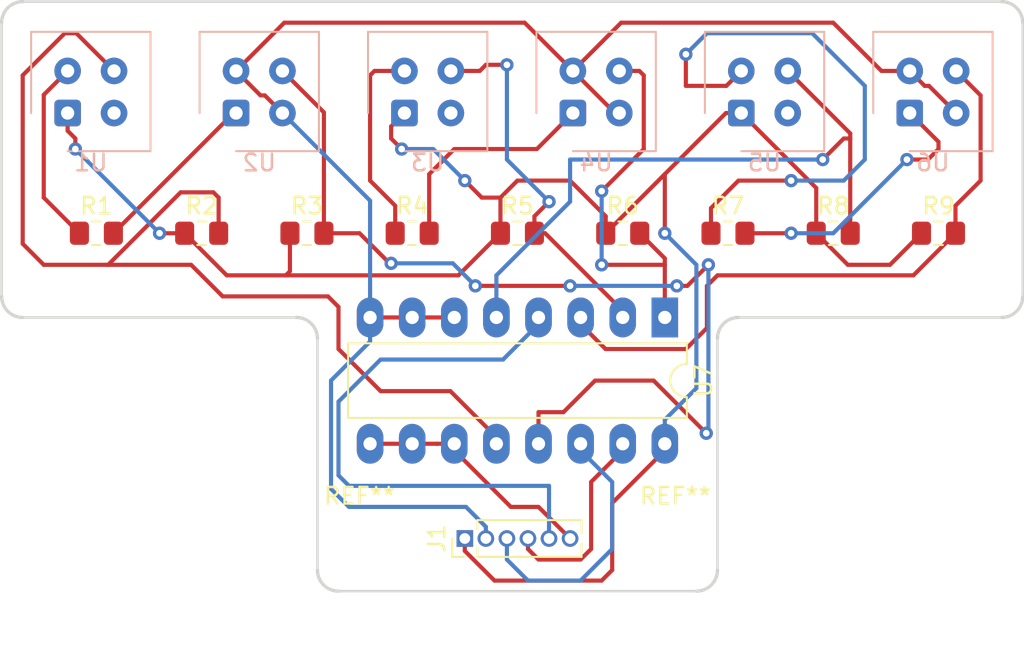
<source format=kicad_pcb>
(kicad_pcb (version 20171130) (host pcbnew "(5.0.1)-4")

  (general
    (thickness 1.6)
    (drawings 16)
    (tracks 232)
    (zones 0)
    (modules 19)
    (nets 22)
  )

  (page A4)
  (layers
    (0 F.Cu signal)
    (31 B.Cu signal)
    (32 B.Adhes user)
    (33 F.Adhes user)
    (34 B.Paste user)
    (35 F.Paste user)
    (36 B.SilkS user)
    (37 F.SilkS user)
    (38 B.Mask user)
    (39 F.Mask user)
    (40 Dwgs.User user)
    (41 Cmts.User user)
    (42 Eco1.User user)
    (43 Eco2.User user)
    (44 Edge.Cuts user)
    (45 Margin user)
    (46 B.CrtYd user)
    (47 F.CrtYd user)
    (48 B.Fab user)
    (49 F.Fab user)
  )

  (setup
    (last_trace_width 0.25)
    (trace_clearance 0.2)
    (zone_clearance 0.508)
    (zone_45_only no)
    (trace_min 0.2)
    (segment_width 0.2)
    (edge_width 0.15)
    (via_size 0.8)
    (via_drill 0.4)
    (via_min_size 0.4)
    (via_min_drill 0.3)
    (uvia_size 0.3)
    (uvia_drill 0.1)
    (uvias_allowed no)
    (uvia_min_size 0.2)
    (uvia_min_drill 0.1)
    (pcb_text_width 0.3)
    (pcb_text_size 1.5 1.5)
    (mod_edge_width 0.15)
    (mod_text_size 1 1)
    (mod_text_width 0.15)
    (pad_size 1.524 1.524)
    (pad_drill 0.762)
    (pad_to_mask_clearance 0.051)
    (solder_mask_min_width 0.25)
    (aux_axis_origin 0 0)
    (visible_elements FFFFFF7F)
    (pcbplotparams
      (layerselection 0x010fc_ffffffff)
      (usegerberextensions false)
      (usegerberattributes false)
      (usegerberadvancedattributes false)
      (creategerberjobfile false)
      (excludeedgelayer true)
      (linewidth 0.100000)
      (plotframeref false)
      (viasonmask false)
      (mode 1)
      (useauxorigin false)
      (hpglpennumber 1)
      (hpglpenspeed 20)
      (hpglpendiameter 15.000000)
      (psnegative false)
      (psa4output false)
      (plotreference true)
      (plotvalue true)
      (plotinvisibletext false)
      (padsonsilk false)
      (subtractmaskfromsilk false)
      (outputformat 1)
      (mirror false)
      (drillshape 1)
      (scaleselection 1)
      (outputdirectory ""))
  )

  (net 0 "")
  (net 1 +5V)
  (net 2 GND)
  (net 3 /L1)
  (net 4 /L2)
  (net 5 /L3)
  (net 6 /LS)
  (net 7 "Net-(R1-Pad1)")
  (net 8 "Net-(R1-Pad2)")
  (net 9 /S1)
  (net 10 /S2)
  (net 11 "Net-(R4-Pad2)")
  (net 12 "Net-(R4-Pad1)")
  (net 13 /S3)
  (net 14 /S4)
  (net 15 "Net-(R7-Pad1)")
  (net 16 "Net-(R7-Pad2)")
  (net 17 /S5)
  (net 18 /S6)
  (net 19 "Net-(U1-Pad4)")
  (net 20 "Net-(U3-Pad4)")
  (net 21 "Net-(U5-Pad4)")

  (net_class Default "Esta es la clase de red por defecto."
    (clearance 0.2)
    (trace_width 0.25)
    (via_dia 0.8)
    (via_drill 0.4)
    (uvia_dia 0.3)
    (uvia_drill 0.1)
    (add_net +5V)
    (add_net /L1)
    (add_net /L2)
    (add_net /L3)
    (add_net /LS)
    (add_net /S1)
    (add_net /S2)
    (add_net /S3)
    (add_net /S4)
    (add_net /S5)
    (add_net /S6)
    (add_net GND)
    (add_net "Net-(R1-Pad1)")
    (add_net "Net-(R1-Pad2)")
    (add_net "Net-(R4-Pad1)")
    (add_net "Net-(R4-Pad2)")
    (add_net "Net-(R7-Pad1)")
    (add_net "Net-(R7-Pad2)")
    (add_net "Net-(U1-Pad4)")
    (add_net "Net-(U3-Pad4)")
    (add_net "Net-(U5-Pad4)")
  )

  (module Connector_PinHeader_1.27mm:PinHeader_1x06_P1.27mm_Vertical (layer F.Cu) (tedit 59FED6E3) (tstamp 5BFE6F78)
    (at 158.75 109.22 90)
    (descr "Through hole straight pin header, 1x06, 1.27mm pitch, single row")
    (tags "Through hole pin header THT 1x06 1.27mm single row")
    (path /5BF22228)
    (fp_text reference J1 (at 0 -1.695 90) (layer F.SilkS)
      (effects (font (size 1 1) (thickness 0.15)))
    )
    (fp_text value Conn_01x06_Female (at 0 8.045 90) (layer F.Fab)
      (effects (font (size 1 1) (thickness 0.15)))
    )
    (fp_line (start -0.525 -0.635) (end 1.05 -0.635) (layer F.Fab) (width 0.1))
    (fp_line (start 1.05 -0.635) (end 1.05 6.985) (layer F.Fab) (width 0.1))
    (fp_line (start 1.05 6.985) (end -1.05 6.985) (layer F.Fab) (width 0.1))
    (fp_line (start -1.05 6.985) (end -1.05 -0.11) (layer F.Fab) (width 0.1))
    (fp_line (start -1.05 -0.11) (end -0.525 -0.635) (layer F.Fab) (width 0.1))
    (fp_line (start -1.11 7.045) (end -0.30753 7.045) (layer F.SilkS) (width 0.12))
    (fp_line (start 0.30753 7.045) (end 1.11 7.045) (layer F.SilkS) (width 0.12))
    (fp_line (start -1.11 0.76) (end -1.11 7.045) (layer F.SilkS) (width 0.12))
    (fp_line (start 1.11 0.76) (end 1.11 7.045) (layer F.SilkS) (width 0.12))
    (fp_line (start -1.11 0.76) (end -0.563471 0.76) (layer F.SilkS) (width 0.12))
    (fp_line (start 0.563471 0.76) (end 1.11 0.76) (layer F.SilkS) (width 0.12))
    (fp_line (start -1.11 0) (end -1.11 -0.76) (layer F.SilkS) (width 0.12))
    (fp_line (start -1.11 -0.76) (end 0 -0.76) (layer F.SilkS) (width 0.12))
    (fp_line (start -1.55 -1.15) (end -1.55 7.5) (layer F.CrtYd) (width 0.05))
    (fp_line (start -1.55 7.5) (end 1.55 7.5) (layer F.CrtYd) (width 0.05))
    (fp_line (start 1.55 7.5) (end 1.55 -1.15) (layer F.CrtYd) (width 0.05))
    (fp_line (start 1.55 -1.15) (end -1.55 -1.15) (layer F.CrtYd) (width 0.05))
    (fp_text user %R (at 0 3.175 180) (layer F.Fab)
      (effects (font (size 1 1) (thickness 0.15)))
    )
    (pad 1 thru_hole rect (at 0 0 90) (size 1 1) (drill 0.65) (layers *.Cu *.Mask)
      (net 1 +5V))
    (pad 2 thru_hole oval (at 0 1.27 90) (size 1 1) (drill 0.65) (layers *.Cu *.Mask)
      (net 2 GND))
    (pad 3 thru_hole oval (at 0 2.54 90) (size 1 1) (drill 0.65) (layers *.Cu *.Mask)
      (net 3 /L1))
    (pad 4 thru_hole oval (at 0 3.81 90) (size 1 1) (drill 0.65) (layers *.Cu *.Mask)
      (net 4 /L2))
    (pad 5 thru_hole oval (at 0 5.08 90) (size 1 1) (drill 0.65) (layers *.Cu *.Mask)
      (net 5 /L3))
    (pad 6 thru_hole oval (at 0 6.35 90) (size 1 1) (drill 0.65) (layers *.Cu *.Mask)
      (net 6 /LS))
    (model ${KISYS3DMOD}/Connector_PinHeader_1.27mm.3dshapes/PinHeader_1x06_P1.27mm_Vertical.wrl
      (at (xyz 0 0 0))
      (scale (xyz 1 1 1))
      (rotate (xyz 0 0 0))
    )
  )

  (module Resistor_SMD:R_0805_2012Metric_Pad1.15x1.40mm_HandSolder (layer F.Cu) (tedit 5B36C52B) (tstamp 5BFE6F89)
    (at 136.525 90.805)
    (descr "Resistor SMD 0805 (2012 Metric), square (rectangular) end terminal, IPC_7351 nominal with elongated pad for handsoldering. (Body size source: https://docs.google.com/spreadsheets/d/1BsfQQcO9C6DZCsRaXUlFlo91Tg2WpOkGARC1WS5S8t0/edit?usp=sharing), generated with kicad-footprint-generator")
    (tags "resistor handsolder")
    (path /5BF04155)
    (attr smd)
    (fp_text reference R1 (at 0 -1.65) (layer F.SilkS)
      (effects (font (size 1 1) (thickness 0.15)))
    )
    (fp_text value 82 (at 0 1.65) (layer F.Fab)
      (effects (font (size 1 1) (thickness 0.15)))
    )
    (fp_line (start -1 0.6) (end -1 -0.6) (layer F.Fab) (width 0.1))
    (fp_line (start -1 -0.6) (end 1 -0.6) (layer F.Fab) (width 0.1))
    (fp_line (start 1 -0.6) (end 1 0.6) (layer F.Fab) (width 0.1))
    (fp_line (start 1 0.6) (end -1 0.6) (layer F.Fab) (width 0.1))
    (fp_line (start -0.261252 -0.71) (end 0.261252 -0.71) (layer F.SilkS) (width 0.12))
    (fp_line (start -0.261252 0.71) (end 0.261252 0.71) (layer F.SilkS) (width 0.12))
    (fp_line (start -1.85 0.95) (end -1.85 -0.95) (layer F.CrtYd) (width 0.05))
    (fp_line (start -1.85 -0.95) (end 1.85 -0.95) (layer F.CrtYd) (width 0.05))
    (fp_line (start 1.85 -0.95) (end 1.85 0.95) (layer F.CrtYd) (width 0.05))
    (fp_line (start 1.85 0.95) (end -1.85 0.95) (layer F.CrtYd) (width 0.05))
    (fp_text user %R (at 0 0) (layer F.Fab)
      (effects (font (size 0.5 0.5) (thickness 0.08)))
    )
    (pad 1 smd roundrect (at -1.025 0) (size 1.15 1.4) (layers F.Cu F.Paste F.Mask) (roundrect_rratio 0.217391)
      (net 7 "Net-(R1-Pad1)"))
    (pad 2 smd roundrect (at 1.025 0) (size 1.15 1.4) (layers F.Cu F.Paste F.Mask) (roundrect_rratio 0.217391)
      (net 8 "Net-(R1-Pad2)"))
    (model ${KISYS3DMOD}/Resistor_SMD.3dshapes/R_0805_2012Metric.wrl
      (at (xyz 0 0 0))
      (scale (xyz 1 1 1))
      (rotate (xyz 0 0 0))
    )
  )

  (module Resistor_SMD:R_0805_2012Metric_Pad1.15x1.40mm_HandSolder (layer F.Cu) (tedit 5B36C52B) (tstamp 5BFE6F9A)
    (at 142.875 90.805)
    (descr "Resistor SMD 0805 (2012 Metric), square (rectangular) end terminal, IPC_7351 nominal with elongated pad for handsoldering. (Body size source: https://docs.google.com/spreadsheets/d/1BsfQQcO9C6DZCsRaXUlFlo91Tg2WpOkGARC1WS5S8t0/edit?usp=sharing), generated with kicad-footprint-generator")
    (tags "resistor handsolder")
    (path /5BF04288)
    (attr smd)
    (fp_text reference R2 (at 0 -1.65) (layer F.SilkS)
      (effects (font (size 1 1) (thickness 0.15)))
    )
    (fp_text value 10k (at 0 1.65) (layer F.Fab)
      (effects (font (size 1 1) (thickness 0.15)))
    )
    (fp_text user %R (at 0 0) (layer F.Fab)
      (effects (font (size 0.5 0.5) (thickness 0.08)))
    )
    (fp_line (start 1.85 0.95) (end -1.85 0.95) (layer F.CrtYd) (width 0.05))
    (fp_line (start 1.85 -0.95) (end 1.85 0.95) (layer F.CrtYd) (width 0.05))
    (fp_line (start -1.85 -0.95) (end 1.85 -0.95) (layer F.CrtYd) (width 0.05))
    (fp_line (start -1.85 0.95) (end -1.85 -0.95) (layer F.CrtYd) (width 0.05))
    (fp_line (start -0.261252 0.71) (end 0.261252 0.71) (layer F.SilkS) (width 0.12))
    (fp_line (start -0.261252 -0.71) (end 0.261252 -0.71) (layer F.SilkS) (width 0.12))
    (fp_line (start 1 0.6) (end -1 0.6) (layer F.Fab) (width 0.1))
    (fp_line (start 1 -0.6) (end 1 0.6) (layer F.Fab) (width 0.1))
    (fp_line (start -1 -0.6) (end 1 -0.6) (layer F.Fab) (width 0.1))
    (fp_line (start -1 0.6) (end -1 -0.6) (layer F.Fab) (width 0.1))
    (pad 2 smd roundrect (at 1.025 0) (size 1.15 1.4) (layers F.Cu F.Paste F.Mask) (roundrect_rratio 0.217391)
      (net 9 /S1))
    (pad 1 smd roundrect (at -1.025 0) (size 1.15 1.4) (layers F.Cu F.Paste F.Mask) (roundrect_rratio 0.217391)
      (net 1 +5V))
    (model ${KISYS3DMOD}/Resistor_SMD.3dshapes/R_0805_2012Metric.wrl
      (at (xyz 0 0 0))
      (scale (xyz 1 1 1))
      (rotate (xyz 0 0 0))
    )
  )

  (module Resistor_SMD:R_0805_2012Metric_Pad1.15x1.40mm_HandSolder (layer F.Cu) (tedit 5B36C52B) (tstamp 5BFE6FAB)
    (at 149.225 90.805)
    (descr "Resistor SMD 0805 (2012 Metric), square (rectangular) end terminal, IPC_7351 nominal with elongated pad for handsoldering. (Body size source: https://docs.google.com/spreadsheets/d/1BsfQQcO9C6DZCsRaXUlFlo91Tg2WpOkGARC1WS5S8t0/edit?usp=sharing), generated with kicad-footprint-generator")
    (tags "resistor handsolder")
    (path /5BF04550)
    (attr smd)
    (fp_text reference R3 (at 0 -1.65) (layer F.SilkS)
      (effects (font (size 1 1) (thickness 0.15)))
    )
    (fp_text value 10k (at 0 1.65) (layer F.Fab)
      (effects (font (size 1 1) (thickness 0.15)))
    )
    (fp_line (start -1 0.6) (end -1 -0.6) (layer F.Fab) (width 0.1))
    (fp_line (start -1 -0.6) (end 1 -0.6) (layer F.Fab) (width 0.1))
    (fp_line (start 1 -0.6) (end 1 0.6) (layer F.Fab) (width 0.1))
    (fp_line (start 1 0.6) (end -1 0.6) (layer F.Fab) (width 0.1))
    (fp_line (start -0.261252 -0.71) (end 0.261252 -0.71) (layer F.SilkS) (width 0.12))
    (fp_line (start -0.261252 0.71) (end 0.261252 0.71) (layer F.SilkS) (width 0.12))
    (fp_line (start -1.85 0.95) (end -1.85 -0.95) (layer F.CrtYd) (width 0.05))
    (fp_line (start -1.85 -0.95) (end 1.85 -0.95) (layer F.CrtYd) (width 0.05))
    (fp_line (start 1.85 -0.95) (end 1.85 0.95) (layer F.CrtYd) (width 0.05))
    (fp_line (start 1.85 0.95) (end -1.85 0.95) (layer F.CrtYd) (width 0.05))
    (fp_text user %R (at 0 0) (layer F.Fab)
      (effects (font (size 0.5 0.5) (thickness 0.08)))
    )
    (pad 1 smd roundrect (at -1.025 0) (size 1.15 1.4) (layers F.Cu F.Paste F.Mask) (roundrect_rratio 0.217391)
      (net 1 +5V))
    (pad 2 smd roundrect (at 1.025 0) (size 1.15 1.4) (layers F.Cu F.Paste F.Mask) (roundrect_rratio 0.217391)
      (net 10 /S2))
    (model ${KISYS3DMOD}/Resistor_SMD.3dshapes/R_0805_2012Metric.wrl
      (at (xyz 0 0 0))
      (scale (xyz 1 1 1))
      (rotate (xyz 0 0 0))
    )
  )

  (module Resistor_SMD:R_0805_2012Metric_Pad1.15x1.40mm_HandSolder (layer F.Cu) (tedit 5B36C52B) (tstamp 5BFE6FBC)
    (at 155.575 90.805)
    (descr "Resistor SMD 0805 (2012 Metric), square (rectangular) end terminal, IPC_7351 nominal with elongated pad for handsoldering. (Body size source: https://docs.google.com/spreadsheets/d/1BsfQQcO9C6DZCsRaXUlFlo91Tg2WpOkGARC1WS5S8t0/edit?usp=sharing), generated with kicad-footprint-generator")
    (tags "resistor handsolder")
    (path /5BF04AB4)
    (attr smd)
    (fp_text reference R4 (at 0 -1.65) (layer F.SilkS)
      (effects (font (size 1 1) (thickness 0.15)))
    )
    (fp_text value 82 (at 0 1.65) (layer F.Fab)
      (effects (font (size 1 1) (thickness 0.15)))
    )
    (fp_text user %R (at 0 0) (layer F.Fab)
      (effects (font (size 0.5 0.5) (thickness 0.08)))
    )
    (fp_line (start 1.85 0.95) (end -1.85 0.95) (layer F.CrtYd) (width 0.05))
    (fp_line (start 1.85 -0.95) (end 1.85 0.95) (layer F.CrtYd) (width 0.05))
    (fp_line (start -1.85 -0.95) (end 1.85 -0.95) (layer F.CrtYd) (width 0.05))
    (fp_line (start -1.85 0.95) (end -1.85 -0.95) (layer F.CrtYd) (width 0.05))
    (fp_line (start -0.261252 0.71) (end 0.261252 0.71) (layer F.SilkS) (width 0.12))
    (fp_line (start -0.261252 -0.71) (end 0.261252 -0.71) (layer F.SilkS) (width 0.12))
    (fp_line (start 1 0.6) (end -1 0.6) (layer F.Fab) (width 0.1))
    (fp_line (start 1 -0.6) (end 1 0.6) (layer F.Fab) (width 0.1))
    (fp_line (start -1 -0.6) (end 1 -0.6) (layer F.Fab) (width 0.1))
    (fp_line (start -1 0.6) (end -1 -0.6) (layer F.Fab) (width 0.1))
    (pad 2 smd roundrect (at 1.025 0) (size 1.15 1.4) (layers F.Cu F.Paste F.Mask) (roundrect_rratio 0.217391)
      (net 11 "Net-(R4-Pad2)"))
    (pad 1 smd roundrect (at -1.025 0) (size 1.15 1.4) (layers F.Cu F.Paste F.Mask) (roundrect_rratio 0.217391)
      (net 12 "Net-(R4-Pad1)"))
    (model ${KISYS3DMOD}/Resistor_SMD.3dshapes/R_0805_2012Metric.wrl
      (at (xyz 0 0 0))
      (scale (xyz 1 1 1))
      (rotate (xyz 0 0 0))
    )
  )

  (module Resistor_SMD:R_0805_2012Metric_Pad1.15x1.40mm_HandSolder (layer F.Cu) (tedit 5B36C52B) (tstamp 5BFE6FCD)
    (at 161.925 90.805)
    (descr "Resistor SMD 0805 (2012 Metric), square (rectangular) end terminal, IPC_7351 nominal with elongated pad for handsoldering. (Body size source: https://docs.google.com/spreadsheets/d/1BsfQQcO9C6DZCsRaXUlFlo91Tg2WpOkGARC1WS5S8t0/edit?usp=sharing), generated with kicad-footprint-generator")
    (tags "resistor handsolder")
    (path /5BF04AC7)
    (attr smd)
    (fp_text reference R5 (at 0 -1.65) (layer F.SilkS)
      (effects (font (size 1 1) (thickness 0.15)))
    )
    (fp_text value 10k (at 0 1.65) (layer F.Fab)
      (effects (font (size 1 1) (thickness 0.15)))
    )
    (fp_line (start -1 0.6) (end -1 -0.6) (layer F.Fab) (width 0.1))
    (fp_line (start -1 -0.6) (end 1 -0.6) (layer F.Fab) (width 0.1))
    (fp_line (start 1 -0.6) (end 1 0.6) (layer F.Fab) (width 0.1))
    (fp_line (start 1 0.6) (end -1 0.6) (layer F.Fab) (width 0.1))
    (fp_line (start -0.261252 -0.71) (end 0.261252 -0.71) (layer F.SilkS) (width 0.12))
    (fp_line (start -0.261252 0.71) (end 0.261252 0.71) (layer F.SilkS) (width 0.12))
    (fp_line (start -1.85 0.95) (end -1.85 -0.95) (layer F.CrtYd) (width 0.05))
    (fp_line (start -1.85 -0.95) (end 1.85 -0.95) (layer F.CrtYd) (width 0.05))
    (fp_line (start 1.85 -0.95) (end 1.85 0.95) (layer F.CrtYd) (width 0.05))
    (fp_line (start 1.85 0.95) (end -1.85 0.95) (layer F.CrtYd) (width 0.05))
    (fp_text user %R (at 0 0) (layer F.Fab)
      (effects (font (size 0.5 0.5) (thickness 0.08)))
    )
    (pad 1 smd roundrect (at -1.025 0) (size 1.15 1.4) (layers F.Cu F.Paste F.Mask) (roundrect_rratio 0.217391)
      (net 1 +5V))
    (pad 2 smd roundrect (at 1.025 0) (size 1.15 1.4) (layers F.Cu F.Paste F.Mask) (roundrect_rratio 0.217391)
      (net 13 /S3))
    (model ${KISYS3DMOD}/Resistor_SMD.3dshapes/R_0805_2012Metric.wrl
      (at (xyz 0 0 0))
      (scale (xyz 1 1 1))
      (rotate (xyz 0 0 0))
    )
  )

  (module Resistor_SMD:R_0805_2012Metric_Pad1.15x1.40mm_HandSolder (layer F.Cu) (tedit 5B36C52B) (tstamp 5BFE6FDE)
    (at 168.275 90.805)
    (descr "Resistor SMD 0805 (2012 Metric), square (rectangular) end terminal, IPC_7351 nominal with elongated pad for handsoldering. (Body size source: https://docs.google.com/spreadsheets/d/1BsfQQcO9C6DZCsRaXUlFlo91Tg2WpOkGARC1WS5S8t0/edit?usp=sharing), generated with kicad-footprint-generator")
    (tags "resistor handsolder")
    (path /5BF04ADB)
    (attr smd)
    (fp_text reference R6 (at 0 -1.65) (layer F.SilkS)
      (effects (font (size 1 1) (thickness 0.15)))
    )
    (fp_text value 10k (at 0 1.65) (layer F.Fab)
      (effects (font (size 1 1) (thickness 0.15)))
    )
    (fp_text user %R (at 0 0) (layer F.Fab)
      (effects (font (size 0.5 0.5) (thickness 0.08)))
    )
    (fp_line (start 1.85 0.95) (end -1.85 0.95) (layer F.CrtYd) (width 0.05))
    (fp_line (start 1.85 -0.95) (end 1.85 0.95) (layer F.CrtYd) (width 0.05))
    (fp_line (start -1.85 -0.95) (end 1.85 -0.95) (layer F.CrtYd) (width 0.05))
    (fp_line (start -1.85 0.95) (end -1.85 -0.95) (layer F.CrtYd) (width 0.05))
    (fp_line (start -0.261252 0.71) (end 0.261252 0.71) (layer F.SilkS) (width 0.12))
    (fp_line (start -0.261252 -0.71) (end 0.261252 -0.71) (layer F.SilkS) (width 0.12))
    (fp_line (start 1 0.6) (end -1 0.6) (layer F.Fab) (width 0.1))
    (fp_line (start 1 -0.6) (end 1 0.6) (layer F.Fab) (width 0.1))
    (fp_line (start -1 -0.6) (end 1 -0.6) (layer F.Fab) (width 0.1))
    (fp_line (start -1 0.6) (end -1 -0.6) (layer F.Fab) (width 0.1))
    (pad 2 smd roundrect (at 1.025 0) (size 1.15 1.4) (layers F.Cu F.Paste F.Mask) (roundrect_rratio 0.217391)
      (net 14 /S4))
    (pad 1 smd roundrect (at -1.025 0) (size 1.15 1.4) (layers F.Cu F.Paste F.Mask) (roundrect_rratio 0.217391)
      (net 1 +5V))
    (model ${KISYS3DMOD}/Resistor_SMD.3dshapes/R_0805_2012Metric.wrl
      (at (xyz 0 0 0))
      (scale (xyz 1 1 1))
      (rotate (xyz 0 0 0))
    )
  )

  (module Resistor_SMD:R_0805_2012Metric_Pad1.15x1.40mm_HandSolder (layer F.Cu) (tedit 5B36C52B) (tstamp 5BFE9089)
    (at 174.625 90.805)
    (descr "Resistor SMD 0805 (2012 Metric), square (rectangular) end terminal, IPC_7351 nominal with elongated pad for handsoldering. (Body size source: https://docs.google.com/spreadsheets/d/1BsfQQcO9C6DZCsRaXUlFlo91Tg2WpOkGARC1WS5S8t0/edit?usp=sharing), generated with kicad-footprint-generator")
    (tags "resistor handsolder")
    (path /5BF05D67)
    (attr smd)
    (fp_text reference R7 (at 0 -1.65) (layer F.SilkS)
      (effects (font (size 1 1) (thickness 0.15)))
    )
    (fp_text value 82 (at 0 1.65) (layer F.Fab)
      (effects (font (size 1 1) (thickness 0.15)))
    )
    (fp_line (start -1 0.6) (end -1 -0.6) (layer F.Fab) (width 0.1))
    (fp_line (start -1 -0.6) (end 1 -0.6) (layer F.Fab) (width 0.1))
    (fp_line (start 1 -0.6) (end 1 0.6) (layer F.Fab) (width 0.1))
    (fp_line (start 1 0.6) (end -1 0.6) (layer F.Fab) (width 0.1))
    (fp_line (start -0.261252 -0.71) (end 0.261252 -0.71) (layer F.SilkS) (width 0.12))
    (fp_line (start -0.261252 0.71) (end 0.261252 0.71) (layer F.SilkS) (width 0.12))
    (fp_line (start -1.85 0.95) (end -1.85 -0.95) (layer F.CrtYd) (width 0.05))
    (fp_line (start -1.85 -0.95) (end 1.85 -0.95) (layer F.CrtYd) (width 0.05))
    (fp_line (start 1.85 -0.95) (end 1.85 0.95) (layer F.CrtYd) (width 0.05))
    (fp_line (start 1.85 0.95) (end -1.85 0.95) (layer F.CrtYd) (width 0.05))
    (fp_text user %R (at 0 0) (layer F.Fab)
      (effects (font (size 0.5 0.5) (thickness 0.08)))
    )
    (pad 1 smd roundrect (at -1.025 0) (size 1.15 1.4) (layers F.Cu F.Paste F.Mask) (roundrect_rratio 0.217391)
      (net 15 "Net-(R7-Pad1)"))
    (pad 2 smd roundrect (at 1.025 0) (size 1.15 1.4) (layers F.Cu F.Paste F.Mask) (roundrect_rratio 0.217391)
      (net 16 "Net-(R7-Pad2)"))
    (model ${KISYS3DMOD}/Resistor_SMD.3dshapes/R_0805_2012Metric.wrl
      (at (xyz 0 0 0))
      (scale (xyz 1 1 1))
      (rotate (xyz 0 0 0))
    )
  )

  (module Resistor_SMD:R_0805_2012Metric_Pad1.15x1.40mm_HandSolder (layer F.Cu) (tedit 5B36C52B) (tstamp 5BFE7000)
    (at 180.975 90.805)
    (descr "Resistor SMD 0805 (2012 Metric), square (rectangular) end terminal, IPC_7351 nominal with elongated pad for handsoldering. (Body size source: https://docs.google.com/spreadsheets/d/1BsfQQcO9C6DZCsRaXUlFlo91Tg2WpOkGARC1WS5S8t0/edit?usp=sharing), generated with kicad-footprint-generator")
    (tags "resistor handsolder")
    (path /5BF05D7A)
    (attr smd)
    (fp_text reference R8 (at 0 -1.65) (layer F.SilkS)
      (effects (font (size 1 1) (thickness 0.15)))
    )
    (fp_text value 10k (at 0 1.65) (layer F.Fab)
      (effects (font (size 1 1) (thickness 0.15)))
    )
    (fp_line (start -1 0.6) (end -1 -0.6) (layer F.Fab) (width 0.1))
    (fp_line (start -1 -0.6) (end 1 -0.6) (layer F.Fab) (width 0.1))
    (fp_line (start 1 -0.6) (end 1 0.6) (layer F.Fab) (width 0.1))
    (fp_line (start 1 0.6) (end -1 0.6) (layer F.Fab) (width 0.1))
    (fp_line (start -0.261252 -0.71) (end 0.261252 -0.71) (layer F.SilkS) (width 0.12))
    (fp_line (start -0.261252 0.71) (end 0.261252 0.71) (layer F.SilkS) (width 0.12))
    (fp_line (start -1.85 0.95) (end -1.85 -0.95) (layer F.CrtYd) (width 0.05))
    (fp_line (start -1.85 -0.95) (end 1.85 -0.95) (layer F.CrtYd) (width 0.05))
    (fp_line (start 1.85 -0.95) (end 1.85 0.95) (layer F.CrtYd) (width 0.05))
    (fp_line (start 1.85 0.95) (end -1.85 0.95) (layer F.CrtYd) (width 0.05))
    (fp_text user %R (at 0 0) (layer F.Fab)
      (effects (font (size 0.5 0.5) (thickness 0.08)))
    )
    (pad 1 smd roundrect (at -1.025 0) (size 1.15 1.4) (layers F.Cu F.Paste F.Mask) (roundrect_rratio 0.217391)
      (net 1 +5V))
    (pad 2 smd roundrect (at 1.025 0) (size 1.15 1.4) (layers F.Cu F.Paste F.Mask) (roundrect_rratio 0.217391)
      (net 17 /S5))
    (model ${KISYS3DMOD}/Resistor_SMD.3dshapes/R_0805_2012Metric.wrl
      (at (xyz 0 0 0))
      (scale (xyz 1 1 1))
      (rotate (xyz 0 0 0))
    )
  )

  (module Resistor_SMD:R_0805_2012Metric_Pad1.15x1.40mm_HandSolder (layer F.Cu) (tedit 5B36C52B) (tstamp 5BFE7011)
    (at 187.325 90.805)
    (descr "Resistor SMD 0805 (2012 Metric), square (rectangular) end terminal, IPC_7351 nominal with elongated pad for handsoldering. (Body size source: https://docs.google.com/spreadsheets/d/1BsfQQcO9C6DZCsRaXUlFlo91Tg2WpOkGARC1WS5S8t0/edit?usp=sharing), generated with kicad-footprint-generator")
    (tags "resistor handsolder")
    (path /5BF05D8E)
    (attr smd)
    (fp_text reference R9 (at 0 -1.65) (layer F.SilkS)
      (effects (font (size 1 1) (thickness 0.15)))
    )
    (fp_text value 10k (at 0 1.65) (layer F.Fab)
      (effects (font (size 1 1) (thickness 0.15)))
    )
    (fp_text user %R (at 0 0) (layer F.Fab)
      (effects (font (size 0.5 0.5) (thickness 0.08)))
    )
    (fp_line (start 1.85 0.95) (end -1.85 0.95) (layer F.CrtYd) (width 0.05))
    (fp_line (start 1.85 -0.95) (end 1.85 0.95) (layer F.CrtYd) (width 0.05))
    (fp_line (start -1.85 -0.95) (end 1.85 -0.95) (layer F.CrtYd) (width 0.05))
    (fp_line (start -1.85 0.95) (end -1.85 -0.95) (layer F.CrtYd) (width 0.05))
    (fp_line (start -0.261252 0.71) (end 0.261252 0.71) (layer F.SilkS) (width 0.12))
    (fp_line (start -0.261252 -0.71) (end 0.261252 -0.71) (layer F.SilkS) (width 0.12))
    (fp_line (start 1 0.6) (end -1 0.6) (layer F.Fab) (width 0.1))
    (fp_line (start 1 -0.6) (end 1 0.6) (layer F.Fab) (width 0.1))
    (fp_line (start -1 -0.6) (end 1 -0.6) (layer F.Fab) (width 0.1))
    (fp_line (start -1 0.6) (end -1 -0.6) (layer F.Fab) (width 0.1))
    (pad 2 smd roundrect (at 1.025 0) (size 1.15 1.4) (layers F.Cu F.Paste F.Mask) (roundrect_rratio 0.217391)
      (net 18 /S6))
    (pad 1 smd roundrect (at -1.025 0) (size 1.15 1.4) (layers F.Cu F.Paste F.Mask) (roundrect_rratio 0.217391)
      (net 1 +5V))
    (model ${KISYS3DMOD}/Resistor_SMD.3dshapes/R_0805_2012Metric.wrl
      (at (xyz 0 0 0))
      (scale (xyz 1 1 1))
      (rotate (xyz 0 0 0))
    )
  )

  (module OptoDevice:Vishay_CNY70 (layer B.Cu) (tedit 5B8AF8E9) (tstamp 5BFE7ED5)
    (at 134.789451 83.554133)
    (descr "package for Vishay CNY70 refective photo coupler/interrupter")
    (tags "Vishay CNY70 refective photo coupler")
    (path /5BF03F26)
    (fp_text reference U1 (at 1.4 3) (layer B.SilkS)
      (effects (font (size 1 1) (thickness 0.15)) (justify mirror))
    )
    (fp_text value CNY70 (at 1.4 -5.8) (layer B.Fab)
      (effects (font (size 1 1) (thickness 0.15)) (justify mirror))
    )
    (fp_line (start 5.15 -5.05) (end -2.35 -5.05) (layer B.CrtYd) (width 0.05))
    (fp_line (start 5.15 -5.05) (end 5.15 2.45) (layer B.CrtYd) (width 0.05))
    (fp_line (start -2.35 2.45) (end -2.35 -5.05) (layer B.CrtYd) (width 0.05))
    (fp_line (start -2.35 2.45) (end 5.15 2.45) (layer B.CrtYd) (width 0.05))
    (fp_line (start -1.1 2.2) (end 4.9 2.2) (layer B.Fab) (width 0.1))
    (fp_line (start 4.9 2.2) (end 4.9 -4.8) (layer B.Fab) (width 0.1))
    (fp_line (start 4.9 -4.8) (end -2.1 -4.8) (layer B.Fab) (width 0.1))
    (fp_line (start -2.1 -4.8) (end -2.1 1.2) (layer B.Fab) (width 0.1))
    (fp_line (start -2.1 1.2) (end -1.1 2.2) (layer B.Fab) (width 0.1))
    (fp_line (start 1.2 2.2) (end 1.2 1.9) (layer B.Fab) (width 0.1))
    (fp_line (start 1.2 1.9) (end 1.6 1.9) (layer B.Fab) (width 0.1))
    (fp_line (start 1.6 1.9) (end 1.6 2.2) (layer B.Fab) (width 0.1))
    (fp_line (start 1.6 -4.8) (end 1.6 -4.5) (layer B.Fab) (width 0.1))
    (fp_line (start 1.6 -4.5) (end 1.2 -4.5) (layer B.Fab) (width 0.1))
    (fp_line (start 1.2 -4.5) (end 1.2 -4.8) (layer B.Fab) (width 0.1))
    (fp_line (start 3.9 -3.9) (end 3.9 1.2) (layer B.Fab) (width 0.1))
    (fp_line (start 3.9 1.2) (end -1.1 1.2) (layer B.Fab) (width 0.1))
    (fp_line (start -1.1 1.2) (end -1.1 -3.9) (layer B.Fab) (width 0.1))
    (fp_line (start -1.1 -3.9) (end 3.9 -3.9) (layer B.Fab) (width 0.1))
    (fp_line (start 5 2.3) (end 0 2.3) (layer B.SilkS) (width 0.12))
    (fp_line (start -2.2 0) (end -2.2 -4.9) (layer B.SilkS) (width 0.12))
    (fp_line (start -2.2 -4.9) (end 5 -4.9) (layer B.SilkS) (width 0.12))
    (fp_line (start 5 -4.9) (end 5 2.3) (layer B.SilkS) (width 0.12))
    (fp_text user %R (at 1.5 -1.4) (layer B.Fab)
      (effects (font (size 1 1) (thickness 0.15)) (justify mirror))
    )
    (pad 1 thru_hole roundrect (at 0 0) (size 1.6 1.6) (drill 0.8) (layers *.Cu *.Mask) (roundrect_rratio 0.156)
      (net 1 +5V))
    (pad 2 thru_hole circle (at 0 -2.54) (size 1.6 1.6) (drill 0.8) (layers *.Cu *.Mask)
      (net 7 "Net-(R1-Pad1)"))
    (pad 3 thru_hole circle (at 2.8 -2.54) (size 1.6 1.6) (drill 0.8) (layers *.Cu *.Mask)
      (net 9 /S1))
    (pad 4 thru_hole circle (at 2.8 0) (size 1.6 1.6) (drill 0.8) (layers *.Cu *.Mask)
      (net 19 "Net-(U1-Pad4)"))
    (model ${KISYS3DMOD}/OptoDevice.3dshapes/Vishay_CNY70.wrl
      (at (xyz 0 0 0))
      (scale (xyz 1 1 1))
      (rotate (xyz 0 0 0))
    )
  )

  (module OptoDevice:Vishay_CNY70 (layer B.Cu) (tedit 5B8AF8E9) (tstamp 5BFE8561)
    (at 144.949451 83.554133)
    (descr "package for Vishay CNY70 refective photo coupler/interrupter")
    (tags "Vishay CNY70 refective photo coupler")
    (path /5BF04119)
    (fp_text reference U2 (at 1.4 3) (layer B.SilkS)
      (effects (font (size 1 1) (thickness 0.15)) (justify mirror))
    )
    (fp_text value CNY70 (at 1.4 -5.8) (layer B.Fab)
      (effects (font (size 1 1) (thickness 0.15)) (justify mirror))
    )
    (fp_text user %R (at 1.5 -1.4) (layer B.Fab)
      (effects (font (size 1 1) (thickness 0.15)) (justify mirror))
    )
    (fp_line (start 5 -4.9) (end 5 2.3) (layer B.SilkS) (width 0.12))
    (fp_line (start -2.2 -4.9) (end 5 -4.9) (layer B.SilkS) (width 0.12))
    (fp_line (start -2.2 0) (end -2.2 -4.9) (layer B.SilkS) (width 0.12))
    (fp_line (start 5 2.3) (end 0 2.3) (layer B.SilkS) (width 0.12))
    (fp_line (start -1.1 -3.9) (end 3.9 -3.9) (layer B.Fab) (width 0.1))
    (fp_line (start -1.1 1.2) (end -1.1 -3.9) (layer B.Fab) (width 0.1))
    (fp_line (start 3.9 1.2) (end -1.1 1.2) (layer B.Fab) (width 0.1))
    (fp_line (start 3.9 -3.9) (end 3.9 1.2) (layer B.Fab) (width 0.1))
    (fp_line (start 1.2 -4.5) (end 1.2 -4.8) (layer B.Fab) (width 0.1))
    (fp_line (start 1.6 -4.5) (end 1.2 -4.5) (layer B.Fab) (width 0.1))
    (fp_line (start 1.6 -4.8) (end 1.6 -4.5) (layer B.Fab) (width 0.1))
    (fp_line (start 1.6 1.9) (end 1.6 2.2) (layer B.Fab) (width 0.1))
    (fp_line (start 1.2 1.9) (end 1.6 1.9) (layer B.Fab) (width 0.1))
    (fp_line (start 1.2 2.2) (end 1.2 1.9) (layer B.Fab) (width 0.1))
    (fp_line (start -2.1 1.2) (end -1.1 2.2) (layer B.Fab) (width 0.1))
    (fp_line (start -2.1 -4.8) (end -2.1 1.2) (layer B.Fab) (width 0.1))
    (fp_line (start 4.9 -4.8) (end -2.1 -4.8) (layer B.Fab) (width 0.1))
    (fp_line (start 4.9 2.2) (end 4.9 -4.8) (layer B.Fab) (width 0.1))
    (fp_line (start -1.1 2.2) (end 4.9 2.2) (layer B.Fab) (width 0.1))
    (fp_line (start -2.35 2.45) (end 5.15 2.45) (layer B.CrtYd) (width 0.05))
    (fp_line (start -2.35 2.45) (end -2.35 -5.05) (layer B.CrtYd) (width 0.05))
    (fp_line (start 5.15 -5.05) (end 5.15 2.45) (layer B.CrtYd) (width 0.05))
    (fp_line (start 5.15 -5.05) (end -2.35 -5.05) (layer B.CrtYd) (width 0.05))
    (pad 4 thru_hole circle (at 2.8 0) (size 1.6 1.6) (drill 0.8) (layers *.Cu *.Mask)
      (net 2 GND))
    (pad 3 thru_hole circle (at 2.8 -2.54) (size 1.6 1.6) (drill 0.8) (layers *.Cu *.Mask)
      (net 10 /S2))
    (pad 2 thru_hole circle (at 0 -2.54) (size 1.6 1.6) (drill 0.8) (layers *.Cu *.Mask)
      (net 2 GND))
    (pad 1 thru_hole roundrect (at 0 0) (size 1.6 1.6) (drill 0.8) (layers *.Cu *.Mask) (roundrect_rratio 0.156)
      (net 8 "Net-(R1-Pad2)"))
    (model ${KISYS3DMOD}/OptoDevice.3dshapes/Vishay_CNY70.wrl
      (at (xyz 0 0 0))
      (scale (xyz 1 1 1))
      (rotate (xyz 0 0 0))
    )
  )

  (module OptoDevice:Vishay_CNY70 (layer B.Cu) (tedit 5B8AF8E9) (tstamp 5BFE7071)
    (at 155.109451 83.554133)
    (descr "package for Vishay CNY70 refective photo coupler/interrupter")
    (tags "Vishay CNY70 refective photo coupler")
    (path /5BF04AA6)
    (fp_text reference U3 (at 1.4 3) (layer B.SilkS)
      (effects (font (size 1 1) (thickness 0.15)) (justify mirror))
    )
    (fp_text value CNY70 (at 1.4 -5.8) (layer B.Fab)
      (effects (font (size 1 1) (thickness 0.15)) (justify mirror))
    )
    (fp_text user %R (at 1.5 -1.4) (layer B.Fab)
      (effects (font (size 1 1) (thickness 0.15)) (justify mirror))
    )
    (fp_line (start 5 -4.9) (end 5 2.3) (layer B.SilkS) (width 0.12))
    (fp_line (start -2.2 -4.9) (end 5 -4.9) (layer B.SilkS) (width 0.12))
    (fp_line (start -2.2 0) (end -2.2 -4.9) (layer B.SilkS) (width 0.12))
    (fp_line (start 5 2.3) (end 0 2.3) (layer B.SilkS) (width 0.12))
    (fp_line (start -1.1 -3.9) (end 3.9 -3.9) (layer B.Fab) (width 0.1))
    (fp_line (start -1.1 1.2) (end -1.1 -3.9) (layer B.Fab) (width 0.1))
    (fp_line (start 3.9 1.2) (end -1.1 1.2) (layer B.Fab) (width 0.1))
    (fp_line (start 3.9 -3.9) (end 3.9 1.2) (layer B.Fab) (width 0.1))
    (fp_line (start 1.2 -4.5) (end 1.2 -4.8) (layer B.Fab) (width 0.1))
    (fp_line (start 1.6 -4.5) (end 1.2 -4.5) (layer B.Fab) (width 0.1))
    (fp_line (start 1.6 -4.8) (end 1.6 -4.5) (layer B.Fab) (width 0.1))
    (fp_line (start 1.6 1.9) (end 1.6 2.2) (layer B.Fab) (width 0.1))
    (fp_line (start 1.2 1.9) (end 1.6 1.9) (layer B.Fab) (width 0.1))
    (fp_line (start 1.2 2.2) (end 1.2 1.9) (layer B.Fab) (width 0.1))
    (fp_line (start -2.1 1.2) (end -1.1 2.2) (layer B.Fab) (width 0.1))
    (fp_line (start -2.1 -4.8) (end -2.1 1.2) (layer B.Fab) (width 0.1))
    (fp_line (start 4.9 -4.8) (end -2.1 -4.8) (layer B.Fab) (width 0.1))
    (fp_line (start 4.9 2.2) (end 4.9 -4.8) (layer B.Fab) (width 0.1))
    (fp_line (start -1.1 2.2) (end 4.9 2.2) (layer B.Fab) (width 0.1))
    (fp_line (start -2.35 2.45) (end 5.15 2.45) (layer B.CrtYd) (width 0.05))
    (fp_line (start -2.35 2.45) (end -2.35 -5.05) (layer B.CrtYd) (width 0.05))
    (fp_line (start 5.15 -5.05) (end 5.15 2.45) (layer B.CrtYd) (width 0.05))
    (fp_line (start 5.15 -5.05) (end -2.35 -5.05) (layer B.CrtYd) (width 0.05))
    (pad 4 thru_hole circle (at 2.8 0) (size 1.6 1.6) (drill 0.8) (layers *.Cu *.Mask)
      (net 20 "Net-(U3-Pad4)"))
    (pad 3 thru_hole circle (at 2.8 -2.54) (size 1.6 1.6) (drill 0.8) (layers *.Cu *.Mask)
      (net 13 /S3))
    (pad 2 thru_hole circle (at 0 -2.54) (size 1.6 1.6) (drill 0.8) (layers *.Cu *.Mask)
      (net 12 "Net-(R4-Pad1)"))
    (pad 1 thru_hole roundrect (at 0 0) (size 1.6 1.6) (drill 0.8) (layers *.Cu *.Mask) (roundrect_rratio 0.156)
      (net 1 +5V))
    (model ${KISYS3DMOD}/OptoDevice.3dshapes/Vishay_CNY70.wrl
      (at (xyz 0 0 0))
      (scale (xyz 1 1 1))
      (rotate (xyz 0 0 0))
    )
  )

  (module OptoDevice:Vishay_CNY70 (layer B.Cu) (tedit 5B8AF8E9) (tstamp 5BFE7091)
    (at 165.269451 83.554133)
    (descr "package for Vishay CNY70 refective photo coupler/interrupter")
    (tags "Vishay CNY70 refective photo coupler")
    (path /5BF04AAD)
    (fp_text reference U4 (at 1.4 3) (layer B.SilkS)
      (effects (font (size 1 1) (thickness 0.15)) (justify mirror))
    )
    (fp_text value CNY70 (at 1.4 -5.8) (layer B.Fab)
      (effects (font (size 1 1) (thickness 0.15)) (justify mirror))
    )
    (fp_line (start 5.15 -5.05) (end -2.35 -5.05) (layer B.CrtYd) (width 0.05))
    (fp_line (start 5.15 -5.05) (end 5.15 2.45) (layer B.CrtYd) (width 0.05))
    (fp_line (start -2.35 2.45) (end -2.35 -5.05) (layer B.CrtYd) (width 0.05))
    (fp_line (start -2.35 2.45) (end 5.15 2.45) (layer B.CrtYd) (width 0.05))
    (fp_line (start -1.1 2.2) (end 4.9 2.2) (layer B.Fab) (width 0.1))
    (fp_line (start 4.9 2.2) (end 4.9 -4.8) (layer B.Fab) (width 0.1))
    (fp_line (start 4.9 -4.8) (end -2.1 -4.8) (layer B.Fab) (width 0.1))
    (fp_line (start -2.1 -4.8) (end -2.1 1.2) (layer B.Fab) (width 0.1))
    (fp_line (start -2.1 1.2) (end -1.1 2.2) (layer B.Fab) (width 0.1))
    (fp_line (start 1.2 2.2) (end 1.2 1.9) (layer B.Fab) (width 0.1))
    (fp_line (start 1.2 1.9) (end 1.6 1.9) (layer B.Fab) (width 0.1))
    (fp_line (start 1.6 1.9) (end 1.6 2.2) (layer B.Fab) (width 0.1))
    (fp_line (start 1.6 -4.8) (end 1.6 -4.5) (layer B.Fab) (width 0.1))
    (fp_line (start 1.6 -4.5) (end 1.2 -4.5) (layer B.Fab) (width 0.1))
    (fp_line (start 1.2 -4.5) (end 1.2 -4.8) (layer B.Fab) (width 0.1))
    (fp_line (start 3.9 -3.9) (end 3.9 1.2) (layer B.Fab) (width 0.1))
    (fp_line (start 3.9 1.2) (end -1.1 1.2) (layer B.Fab) (width 0.1))
    (fp_line (start -1.1 1.2) (end -1.1 -3.9) (layer B.Fab) (width 0.1))
    (fp_line (start -1.1 -3.9) (end 3.9 -3.9) (layer B.Fab) (width 0.1))
    (fp_line (start 5 2.3) (end 0 2.3) (layer B.SilkS) (width 0.12))
    (fp_line (start -2.2 0) (end -2.2 -4.9) (layer B.SilkS) (width 0.12))
    (fp_line (start -2.2 -4.9) (end 5 -4.9) (layer B.SilkS) (width 0.12))
    (fp_line (start 5 -4.9) (end 5 2.3) (layer B.SilkS) (width 0.12))
    (fp_text user %R (at 1.5 -1.4) (layer B.Fab)
      (effects (font (size 1 1) (thickness 0.15)) (justify mirror))
    )
    (pad 1 thru_hole roundrect (at 0 0) (size 1.6 1.6) (drill 0.8) (layers *.Cu *.Mask) (roundrect_rratio 0.156)
      (net 11 "Net-(R4-Pad2)"))
    (pad 2 thru_hole circle (at 0 -2.54) (size 1.6 1.6) (drill 0.8) (layers *.Cu *.Mask)
      (net 2 GND))
    (pad 3 thru_hole circle (at 2.8 -2.54) (size 1.6 1.6) (drill 0.8) (layers *.Cu *.Mask)
      (net 14 /S4))
    (pad 4 thru_hole circle (at 2.8 0) (size 1.6 1.6) (drill 0.8) (layers *.Cu *.Mask)
      (net 2 GND))
    (model ${KISYS3DMOD}/OptoDevice.3dshapes/Vishay_CNY70.wrl
      (at (xyz 0 0 0))
      (scale (xyz 1 1 1))
      (rotate (xyz 0 0 0))
    )
  )

  (module OptoDevice:Vishay_CNY70 (layer B.Cu) (tedit 5B8AF8E9) (tstamp 5BFE70B1)
    (at 175.429451 83.554133)
    (descr "package for Vishay CNY70 refective photo coupler/interrupter")
    (tags "Vishay CNY70 refective photo coupler")
    (path /5BF05D59)
    (fp_text reference U5 (at 1.4 3) (layer B.SilkS)
      (effects (font (size 1 1) (thickness 0.15)) (justify mirror))
    )
    (fp_text value CNY70 (at 1.4 -5.8) (layer B.Fab)
      (effects (font (size 1 1) (thickness 0.15)) (justify mirror))
    )
    (fp_text user %R (at 1.5 -1.4) (layer B.Fab)
      (effects (font (size 1 1) (thickness 0.15)) (justify mirror))
    )
    (fp_line (start 5 -4.9) (end 5 2.3) (layer B.SilkS) (width 0.12))
    (fp_line (start -2.2 -4.9) (end 5 -4.9) (layer B.SilkS) (width 0.12))
    (fp_line (start -2.2 0) (end -2.2 -4.9) (layer B.SilkS) (width 0.12))
    (fp_line (start 5 2.3) (end 0 2.3) (layer B.SilkS) (width 0.12))
    (fp_line (start -1.1 -3.9) (end 3.9 -3.9) (layer B.Fab) (width 0.1))
    (fp_line (start -1.1 1.2) (end -1.1 -3.9) (layer B.Fab) (width 0.1))
    (fp_line (start 3.9 1.2) (end -1.1 1.2) (layer B.Fab) (width 0.1))
    (fp_line (start 3.9 -3.9) (end 3.9 1.2) (layer B.Fab) (width 0.1))
    (fp_line (start 1.2 -4.5) (end 1.2 -4.8) (layer B.Fab) (width 0.1))
    (fp_line (start 1.6 -4.5) (end 1.2 -4.5) (layer B.Fab) (width 0.1))
    (fp_line (start 1.6 -4.8) (end 1.6 -4.5) (layer B.Fab) (width 0.1))
    (fp_line (start 1.6 1.9) (end 1.6 2.2) (layer B.Fab) (width 0.1))
    (fp_line (start 1.2 1.9) (end 1.6 1.9) (layer B.Fab) (width 0.1))
    (fp_line (start 1.2 2.2) (end 1.2 1.9) (layer B.Fab) (width 0.1))
    (fp_line (start -2.1 1.2) (end -1.1 2.2) (layer B.Fab) (width 0.1))
    (fp_line (start -2.1 -4.8) (end -2.1 1.2) (layer B.Fab) (width 0.1))
    (fp_line (start 4.9 -4.8) (end -2.1 -4.8) (layer B.Fab) (width 0.1))
    (fp_line (start 4.9 2.2) (end 4.9 -4.8) (layer B.Fab) (width 0.1))
    (fp_line (start -1.1 2.2) (end 4.9 2.2) (layer B.Fab) (width 0.1))
    (fp_line (start -2.35 2.45) (end 5.15 2.45) (layer B.CrtYd) (width 0.05))
    (fp_line (start -2.35 2.45) (end -2.35 -5.05) (layer B.CrtYd) (width 0.05))
    (fp_line (start 5.15 -5.05) (end 5.15 2.45) (layer B.CrtYd) (width 0.05))
    (fp_line (start 5.15 -5.05) (end -2.35 -5.05) (layer B.CrtYd) (width 0.05))
    (pad 4 thru_hole circle (at 2.8 0) (size 1.6 1.6) (drill 0.8) (layers *.Cu *.Mask)
      (net 21 "Net-(U5-Pad4)"))
    (pad 3 thru_hole circle (at 2.8 -2.54) (size 1.6 1.6) (drill 0.8) (layers *.Cu *.Mask)
      (net 17 /S5))
    (pad 2 thru_hole circle (at 0 -2.54) (size 1.6 1.6) (drill 0.8) (layers *.Cu *.Mask)
      (net 15 "Net-(R7-Pad1)"))
    (pad 1 thru_hole roundrect (at 0 0) (size 1.6 1.6) (drill 0.8) (layers *.Cu *.Mask) (roundrect_rratio 0.156)
      (net 1 +5V))
    (model ${KISYS3DMOD}/OptoDevice.3dshapes/Vishay_CNY70.wrl
      (at (xyz 0 0 0))
      (scale (xyz 1 1 1))
      (rotate (xyz 0 0 0))
    )
  )

  (module OptoDevice:Vishay_CNY70 (layer B.Cu) (tedit 5B8AF8E9) (tstamp 5BFE70D1)
    (at 185.589451 83.554133)
    (descr "package for Vishay CNY70 refective photo coupler/interrupter")
    (tags "Vishay CNY70 refective photo coupler")
    (path /5BF05D60)
    (fp_text reference U6 (at 1.4 3) (layer B.SilkS)
      (effects (font (size 1 1) (thickness 0.15)) (justify mirror))
    )
    (fp_text value CNY70 (at 1.4 -5.8) (layer B.Fab)
      (effects (font (size 1 1) (thickness 0.15)) (justify mirror))
    )
    (fp_line (start 5.15 -5.05) (end -2.35 -5.05) (layer B.CrtYd) (width 0.05))
    (fp_line (start 5.15 -5.05) (end 5.15 2.45) (layer B.CrtYd) (width 0.05))
    (fp_line (start -2.35 2.45) (end -2.35 -5.05) (layer B.CrtYd) (width 0.05))
    (fp_line (start -2.35 2.45) (end 5.15 2.45) (layer B.CrtYd) (width 0.05))
    (fp_line (start -1.1 2.2) (end 4.9 2.2) (layer B.Fab) (width 0.1))
    (fp_line (start 4.9 2.2) (end 4.9 -4.8) (layer B.Fab) (width 0.1))
    (fp_line (start 4.9 -4.8) (end -2.1 -4.8) (layer B.Fab) (width 0.1))
    (fp_line (start -2.1 -4.8) (end -2.1 1.2) (layer B.Fab) (width 0.1))
    (fp_line (start -2.1 1.2) (end -1.1 2.2) (layer B.Fab) (width 0.1))
    (fp_line (start 1.2 2.2) (end 1.2 1.9) (layer B.Fab) (width 0.1))
    (fp_line (start 1.2 1.9) (end 1.6 1.9) (layer B.Fab) (width 0.1))
    (fp_line (start 1.6 1.9) (end 1.6 2.2) (layer B.Fab) (width 0.1))
    (fp_line (start 1.6 -4.8) (end 1.6 -4.5) (layer B.Fab) (width 0.1))
    (fp_line (start 1.6 -4.5) (end 1.2 -4.5) (layer B.Fab) (width 0.1))
    (fp_line (start 1.2 -4.5) (end 1.2 -4.8) (layer B.Fab) (width 0.1))
    (fp_line (start 3.9 -3.9) (end 3.9 1.2) (layer B.Fab) (width 0.1))
    (fp_line (start 3.9 1.2) (end -1.1 1.2) (layer B.Fab) (width 0.1))
    (fp_line (start -1.1 1.2) (end -1.1 -3.9) (layer B.Fab) (width 0.1))
    (fp_line (start -1.1 -3.9) (end 3.9 -3.9) (layer B.Fab) (width 0.1))
    (fp_line (start 5 2.3) (end 0 2.3) (layer B.SilkS) (width 0.12))
    (fp_line (start -2.2 0) (end -2.2 -4.9) (layer B.SilkS) (width 0.12))
    (fp_line (start -2.2 -4.9) (end 5 -4.9) (layer B.SilkS) (width 0.12))
    (fp_line (start 5 -4.9) (end 5 2.3) (layer B.SilkS) (width 0.12))
    (fp_text user %R (at 1.5 -1.4) (layer B.Fab)
      (effects (font (size 1 1) (thickness 0.15)) (justify mirror))
    )
    (pad 1 thru_hole roundrect (at 0 0) (size 1.6 1.6) (drill 0.8) (layers *.Cu *.Mask) (roundrect_rratio 0.156)
      (net 16 "Net-(R7-Pad2)"))
    (pad 2 thru_hole circle (at 0 -2.54) (size 1.6 1.6) (drill 0.8) (layers *.Cu *.Mask)
      (net 2 GND))
    (pad 3 thru_hole circle (at 2.8 -2.54) (size 1.6 1.6) (drill 0.8) (layers *.Cu *.Mask)
      (net 18 /S6))
    (pad 4 thru_hole circle (at 2.8 0) (size 1.6 1.6) (drill 0.8) (layers *.Cu *.Mask)
      (net 2 GND))
    (model ${KISYS3DMOD}/OptoDevice.3dshapes/Vishay_CNY70.wrl
      (at (xyz 0 0 0))
      (scale (xyz 1 1 1))
      (rotate (xyz 0 0 0))
    )
  )

  (module Package_DIP:DIP-16_W7.62mm_LongPads (layer F.Cu) (tedit 5A02E8C5) (tstamp 5BFE70F5)
    (at 170.815 95.885 270)
    (descr "16-lead though-hole mounted DIP package, row spacing 7.62 mm (300 mils), LongPads")
    (tags "THT DIP DIL PDIP 2.54mm 7.62mm 300mil LongPads")
    (path /5BF099DE)
    (fp_text reference U7 (at 3.81 -2.33 270) (layer F.SilkS)
      (effects (font (size 1 1) (thickness 0.15)))
    )
    (fp_text value 4053 (at 3.81 20.11 270) (layer F.Fab)
      (effects (font (size 1 1) (thickness 0.15)))
    )
    (fp_arc (start 3.81 -1.33) (end 2.81 -1.33) (angle -180) (layer F.SilkS) (width 0.12))
    (fp_line (start 1.635 -1.27) (end 6.985 -1.27) (layer F.Fab) (width 0.1))
    (fp_line (start 6.985 -1.27) (end 6.985 19.05) (layer F.Fab) (width 0.1))
    (fp_line (start 6.985 19.05) (end 0.635 19.05) (layer F.Fab) (width 0.1))
    (fp_line (start 0.635 19.05) (end 0.635 -0.27) (layer F.Fab) (width 0.1))
    (fp_line (start 0.635 -0.27) (end 1.635 -1.27) (layer F.Fab) (width 0.1))
    (fp_line (start 2.81 -1.33) (end 1.56 -1.33) (layer F.SilkS) (width 0.12))
    (fp_line (start 1.56 -1.33) (end 1.56 19.11) (layer F.SilkS) (width 0.12))
    (fp_line (start 1.56 19.11) (end 6.06 19.11) (layer F.SilkS) (width 0.12))
    (fp_line (start 6.06 19.11) (end 6.06 -1.33) (layer F.SilkS) (width 0.12))
    (fp_line (start 6.06 -1.33) (end 4.81 -1.33) (layer F.SilkS) (width 0.12))
    (fp_line (start -1.45 -1.55) (end -1.45 19.3) (layer F.CrtYd) (width 0.05))
    (fp_line (start -1.45 19.3) (end 9.1 19.3) (layer F.CrtYd) (width 0.05))
    (fp_line (start 9.1 19.3) (end 9.1 -1.55) (layer F.CrtYd) (width 0.05))
    (fp_line (start 9.1 -1.55) (end -1.45 -1.55) (layer F.CrtYd) (width 0.05))
    (fp_text user %R (at 3.81 8.89 270) (layer F.Fab)
      (effects (font (size 1 1) (thickness 0.15)))
    )
    (pad 1 thru_hole rect (at 0 0 270) (size 2.4 1.6) (drill 0.8) (layers *.Cu *.Mask)
      (net 14 /S4))
    (pad 9 thru_hole oval (at 7.62 17.78 270) (size 2.4 1.6) (drill 0.8) (layers *.Cu *.Mask)
      (net 6 /LS))
    (pad 2 thru_hole oval (at 0 2.54 270) (size 2.4 1.6) (drill 0.8) (layers *.Cu *.Mask)
      (net 13 /S3))
    (pad 10 thru_hole oval (at 7.62 15.24 270) (size 2.4 1.6) (drill 0.8) (layers *.Cu *.Mask)
      (net 6 /LS))
    (pad 3 thru_hole oval (at 0 5.08 270) (size 2.4 1.6) (drill 0.8) (layers *.Cu *.Mask)
      (net 18 /S6))
    (pad 11 thru_hole oval (at 7.62 12.7 270) (size 2.4 1.6) (drill 0.8) (layers *.Cu *.Mask)
      (net 6 /LS))
    (pad 4 thru_hole oval (at 0 7.62 270) (size 2.4 1.6) (drill 0.8) (layers *.Cu *.Mask)
      (net 5 /L3))
    (pad 12 thru_hole oval (at 7.62 10.16 270) (size 2.4 1.6) (drill 0.8) (layers *.Cu *.Mask)
      (net 9 /S1))
    (pad 5 thru_hole oval (at 0 10.16 270) (size 2.4 1.6) (drill 0.8) (layers *.Cu *.Mask)
      (net 17 /S5))
    (pad 13 thru_hole oval (at 7.62 7.62 270) (size 2.4 1.6) (drill 0.8) (layers *.Cu *.Mask)
      (net 10 /S2))
    (pad 6 thru_hole oval (at 0 12.7 270) (size 2.4 1.6) (drill 0.8) (layers *.Cu *.Mask)
      (net 2 GND))
    (pad 14 thru_hole oval (at 7.62 5.08 270) (size 2.4 1.6) (drill 0.8) (layers *.Cu *.Mask)
      (net 3 /L1))
    (pad 7 thru_hole oval (at 0 15.24 270) (size 2.4 1.6) (drill 0.8) (layers *.Cu *.Mask)
      (net 2 GND))
    (pad 15 thru_hole oval (at 7.62 2.54 270) (size 2.4 1.6) (drill 0.8) (layers *.Cu *.Mask)
      (net 4 /L2))
    (pad 8 thru_hole oval (at 0 17.78 270) (size 2.4 1.6) (drill 0.8) (layers *.Cu *.Mask)
      (net 2 GND))
    (pad 16 thru_hole oval (at 7.62 0 270) (size 2.4 1.6) (drill 0.8) (layers *.Cu *.Mask)
      (net 1 +5V))
    (model ${KISYS3DMOD}/Package_DIP.3dshapes/DIP-16_W7.62mm.wrl
      (at (xyz 0 0 0))
      (scale (xyz 1 1 1))
      (rotate (xyz 0 0 0))
    )
  )

  (module MountingHole:MountingHole_2.2mm_M2 (layer F.Cu) (tedit 56D1B4CB) (tstamp 5BFE9781)
    (at 152.4 109.855)
    (descr "Mounting Hole 2.2mm, no annular, M2")
    (tags "mounting hole 2.2mm no annular m2")
    (attr virtual)
    (fp_text reference REF** (at 0 -3.2) (layer F.SilkS)
      (effects (font (size 1 1) (thickness 0.15)))
    )
    (fp_text value MountingHole_2.2mm_M2 (at 0 3.2) (layer F.Fab)
      (effects (font (size 1 1) (thickness 0.15)))
    )
    (fp_circle (center 0 0) (end 2.45 0) (layer F.CrtYd) (width 0.05))
    (fp_circle (center 0 0) (end 2.2 0) (layer Cmts.User) (width 0.15))
    (fp_text user %R (at 0.3 0) (layer F.Fab)
      (effects (font (size 1 1) (thickness 0.15)))
    )
    (pad 1 np_thru_hole circle (at 0 0) (size 2.2 2.2) (drill 2.2) (layers *.Cu *.Mask))
  )

  (module MountingHole:MountingHole_2.2mm_M2 (layer F.Cu) (tedit 56D1B4CB) (tstamp 5BFE97A6)
    (at 171.45 109.855)
    (descr "Mounting Hole 2.2mm, no annular, M2")
    (tags "mounting hole 2.2mm no annular m2")
    (attr virtual)
    (fp_text reference REF** (at 0 -3.2) (layer F.SilkS)
      (effects (font (size 1 1) (thickness 0.15)))
    )
    (fp_text value MountingHole_2.2mm_M2 (at 0 3.2) (layer F.Fab)
      (effects (font (size 1 1) (thickness 0.15)))
    )
    (fp_circle (center 0 0) (end 2.45 0) (layer F.CrtYd) (width 0.05))
    (fp_circle (center 0 0) (end 2.2 0) (layer Cmts.User) (width 0.15))
    (fp_text user %R (at 0.3 0) (layer F.Fab)
      (effects (font (size 1 1) (thickness 0.15)))
    )
    (pad 1 np_thru_hole circle (at 0 0) (size 2.2 2.2) (drill 2.2) (layers *.Cu *.Mask))
  )

  (gr_line (start 191.135 95.885) (end 175.26 95.885) (layer Edge.Cuts) (width 0.15))
  (gr_line (start 192.405 78.105) (end 192.405 94.615) (layer Edge.Cuts) (width 0.15))
  (gr_line (start 132.08 76.835) (end 191.135 76.835) (layer Edge.Cuts) (width 0.15))
  (gr_line (start 130.81 94.615) (end 130.81 78.105) (layer Edge.Cuts) (width 0.15))
  (gr_line (start 148.59 95.885) (end 132.08 95.885) (layer Edge.Cuts) (width 0.15))
  (gr_line (start 149.86 111.125) (end 149.86 97.155) (layer Edge.Cuts) (width 0.15))
  (gr_line (start 151.13 112.395) (end 172.72 112.395) (layer Edge.Cuts) (width 0.15))
  (gr_line (start 173.99 97.155) (end 173.99 111.125) (layer Edge.Cuts) (width 0.15))
  (gr_arc (start 148.59 97.155) (end 149.86 97.155) (angle -90) (layer Edge.Cuts) (width 0.2))
  (gr_arc (start 175.26 97.155) (end 175.26 95.885) (angle -90) (layer Edge.Cuts) (width 0.2))
  (gr_arc (start 172.72 111.125) (end 172.72 112.395) (angle -90) (layer Edge.Cuts) (width 0.2))
  (gr_arc (start 151.13 111.125) (end 149.86 111.125) (angle -90) (layer Edge.Cuts) (width 0.2))
  (gr_arc (start 191.135 94.615) (end 191.135 95.885) (angle -90) (layer Edge.Cuts) (width 0.2))
  (gr_arc (start 132.08 94.615) (end 130.81 94.615) (angle -90) (layer Edge.Cuts) (width 0.2))
  (gr_arc (start 132.08 78.105) (end 132.08 76.835) (angle -90) (layer Edge.Cuts) (width 0.2))
  (gr_arc (start 191.135 78.105) (end 192.405 78.105) (angle -90) (layer Edge.Cuts) (width 0.2))

  (segment (start 148.2 90.805) (end 148.2 93.1) (width 0.25) (layer F.Cu) (net 1))
  (segment (start 148.2 93.1) (end 147.955 93.345) (width 0.25) (layer F.Cu) (net 1))
  (segment (start 144.39 93.345) (end 141.85 90.805) (width 0.25) (layer F.Cu) (net 1))
  (segment (start 147.955 93.345) (end 144.39 93.345) (width 0.25) (layer F.Cu) (net 1))
  (segment (start 160.9 90.805) (end 160.9 88.655) (width 0.25) (layer F.Cu) (net 1))
  (segment (start 174.500867 83.554133) (end 175.429451 83.554133) (width 0.25) (layer F.Cu) (net 1))
  (segment (start 158.36 93.345) (end 160.9 90.805) (width 0.25) (layer F.Cu) (net 1))
  (segment (start 147.955 93.345) (end 158.36 93.345) (width 0.25) (layer F.Cu) (net 1))
  (segment (start 179.95 88.074682) (end 175.429451 83.554133) (width 0.25) (layer F.Cu) (net 1))
  (segment (start 179.95 90.805) (end 179.95 88.074682) (width 0.25) (layer F.Cu) (net 1))
  (segment (start 185.676628 91.428372) (end 186.3 90.805) (width 0.25) (layer F.Cu) (net 1))
  (segment (start 184.395 92.71) (end 185.676628 91.428372) (width 0.25) (layer F.Cu) (net 1))
  (segment (start 181.855 92.71) (end 184.395 92.71) (width 0.25) (layer F.Cu) (net 1))
  (segment (start 179.95 90.805) (end 181.855 92.71) (width 0.25) (layer F.Cu) (net 1))
  (segment (start 158.75 109.97) (end 158.75 109.22) (width 0.25) (layer F.Cu) (net 1))
  (segment (start 170.815 103.505) (end 170.815 103.905) (width 0.25) (layer F.Cu) (net 1))
  (segment (start 167.64 107.08) (end 167.64 111.125) (width 0.25) (layer F.Cu) (net 1))
  (segment (start 170.815 103.905) (end 167.64 107.08) (width 0.25) (layer F.Cu) (net 1))
  (segment (start 167.64 111.125) (end 167.005 111.76) (width 0.25) (layer F.Cu) (net 1))
  (segment (start 167.005 111.76) (end 160.54 111.76) (width 0.25) (layer F.Cu) (net 1))
  (segment (start 160.54 111.76) (end 158.75 109.97) (width 0.25) (layer F.Cu) (net 1))
  (segment (start 170.815 102.055) (end 172.72 100.15) (width 0.25) (layer B.Cu) (net 1))
  (segment (start 170.815 103.505) (end 170.815 102.055) (width 0.25) (layer B.Cu) (net 1))
  (via (at 170.815 90.805) (size 0.8) (drill 0.4) (layers F.Cu B.Cu) (net 1))
  (segment (start 172.72 100.15) (end 172.72 92.71) (width 0.25) (layer B.Cu) (net 1))
  (segment (start 172.72 92.71) (end 170.815 90.805) (width 0.25) (layer B.Cu) (net 1))
  (segment (start 170.815 90.805) (end 170.815 87.24) (width 0.25) (layer F.Cu) (net 1))
  (segment (start 167.25 90.805) (end 170.815 87.24) (width 0.25) (layer F.Cu) (net 1))
  (segment (start 170.815 87.24) (end 174.500867 83.554133) (width 0.25) (layer F.Cu) (net 1))
  (via (at 158.75 87.63) (size 0.8) (drill 0.4) (layers F.Cu B.Cu) (net 1))
  (segment (start 160.9 88.655) (end 159.775 88.655) (width 0.25) (layer F.Cu) (net 1))
  (segment (start 159.775 88.655) (end 158.75 87.63) (width 0.25) (layer F.Cu) (net 1))
  (via (at 154.94 85.725) (size 0.8) (drill 0.4) (layers F.Cu B.Cu) (net 1))
  (segment (start 158.75 87.63) (end 156.845 85.725) (width 0.25) (layer B.Cu) (net 1))
  (segment (start 156.845 85.725) (end 154.94 85.725) (width 0.25) (layer B.Cu) (net 1))
  (segment (start 154.305 84.358584) (end 155.109451 83.554133) (width 0.25) (layer F.Cu) (net 1))
  (segment (start 154.94 85.725) (end 154.305 85.09) (width 0.25) (layer F.Cu) (net 1))
  (segment (start 154.305 85.09) (end 154.305 84.358584) (width 0.25) (layer F.Cu) (net 1))
  (via (at 140.335 90.805) (size 0.8) (drill 0.4) (layers F.Cu B.Cu) (net 1))
  (segment (start 141.85 90.805) (end 140.335 90.805) (width 0.25) (layer F.Cu) (net 1))
  (segment (start 140.335 90.805) (end 135.255 85.725) (width 0.25) (layer B.Cu) (net 1))
  (via (at 135.255 85.725) (size 0.8) (drill 0.4) (layers F.Cu B.Cu) (net 1))
  (segment (start 135.255 85.725) (end 135.255 85.09) (width 0.25) (layer F.Cu) (net 1))
  (segment (start 134.789451 84.624451) (end 134.789451 83.554133) (width 0.25) (layer F.Cu) (net 1))
  (segment (start 135.255 85.09) (end 134.789451 84.624451) (width 0.25) (layer F.Cu) (net 1))
  (segment (start 167.25 89.78) (end 167.25 90.805) (width 0.25) (layer F.Cu) (net 1))
  (segment (start 165.1 87.63) (end 167.25 89.78) (width 0.25) (layer F.Cu) (net 1))
  (segment (start 160.9 88.655) (end 161.925 87.63) (width 0.25) (layer F.Cu) (net 1))
  (segment (start 161.925 87.63) (end 165.1 87.63) (width 0.25) (layer F.Cu) (net 1))
  (segment (start 153.035 95.885) (end 155.575 95.885) (width 0.25) (layer F.Cu) (net 2))
  (segment (start 156.625 95.885) (end 158.115 95.885) (width 0.25) (layer F.Cu) (net 2))
  (segment (start 155.575 95.885) (end 156.625 95.885) (width 0.25) (layer F.Cu) (net 2))
  (segment (start 185.589451 81.014133) (end 183.884133 81.014133) (width 0.25) (layer F.Cu) (net 2))
  (segment (start 183.884133 81.014133) (end 180.975 78.105) (width 0.25) (layer F.Cu) (net 2))
  (segment (start 168.178584 78.105) (end 165.269451 81.014133) (width 0.25) (layer F.Cu) (net 2))
  (segment (start 180.975 78.105) (end 168.178584 78.105) (width 0.25) (layer F.Cu) (net 2))
  (segment (start 167.809451 83.554133) (end 168.069451 83.554133) (width 0.25) (layer F.Cu) (net 2))
  (segment (start 165.269451 81.014133) (end 167.809451 83.554133) (width 0.25) (layer F.Cu) (net 2))
  (segment (start 185.589451 81.014133) (end 186.490318 81.915) (width 0.25) (layer F.Cu) (net 2))
  (segment (start 186.750318 81.915) (end 188.389451 83.554133) (width 0.25) (layer F.Cu) (net 2))
  (segment (start 186.490318 81.915) (end 186.750318 81.915) (width 0.25) (layer F.Cu) (net 2))
  (segment (start 147.749451 83.554133) (end 146.685 82.489682) (width 0.25) (layer F.Cu) (net 2))
  (segment (start 146.425 82.489682) (end 144.949451 81.014133) (width 0.25) (layer F.Cu) (net 2))
  (segment (start 146.685 82.489682) (end 146.425 82.489682) (width 0.25) (layer F.Cu) (net 2))
  (segment (start 145.74945 80.214134) (end 144.949451 81.014133) (width 0.25) (layer F.Cu) (net 2))
  (segment (start 147.858584 78.105) (end 145.74945 80.214134) (width 0.25) (layer F.Cu) (net 2))
  (segment (start 162.360318 78.105) (end 147.858584 78.105) (width 0.25) (layer F.Cu) (net 2))
  (segment (start 165.269451 81.014133) (end 162.360318 78.105) (width 0.25) (layer F.Cu) (net 2))
  (segment (start 160.02 109.22) (end 160.02 108.512894) (width 0.25) (layer B.Cu) (net 2))
  (segment (start 158.822106 107.315) (end 151.765 107.315) (width 0.25) (layer B.Cu) (net 2))
  (segment (start 151.765 107.315) (end 150.679991 106.229991) (width 0.25) (layer B.Cu) (net 2))
  (segment (start 150.679991 106.229991) (end 150.679991 99.690009) (width 0.25) (layer B.Cu) (net 2))
  (segment (start 153.035 97.335) (end 153.035 95.885) (width 0.25) (layer B.Cu) (net 2))
  (segment (start 160.02 108.512894) (end 158.822106 107.315) (width 0.25) (layer B.Cu) (net 2))
  (segment (start 150.679991 99.690009) (end 153.035 97.335) (width 0.25) (layer B.Cu) (net 2))
  (segment (start 147.749451 83.554133) (end 153.035 88.839682) (width 0.25) (layer B.Cu) (net 2))
  (segment (start 153.035 88.839682) (end 153.035 95.885) (width 0.25) (layer B.Cu) (net 2))
  (segment (start 161.29 110.49) (end 161.29 109.22) (width 0.25) (layer B.Cu) (net 3))
  (segment (start 165.735 103.905) (end 167.64 105.81) (width 0.25) (layer B.Cu) (net 3))
  (segment (start 165.735 103.505) (end 165.735 103.905) (width 0.25) (layer B.Cu) (net 3))
  (segment (start 167.64 109.855) (end 165.735 111.76) (width 0.25) (layer B.Cu) (net 3))
  (segment (start 167.64 105.81) (end 167.64 109.855) (width 0.25) (layer B.Cu) (net 3))
  (segment (start 165.735 111.76) (end 162.56 111.76) (width 0.25) (layer B.Cu) (net 3))
  (segment (start 162.56 111.76) (end 161.29 110.49) (width 0.25) (layer B.Cu) (net 3))
  (segment (start 163.195 110.49) (end 162.56 109.855) (width 0.25) (layer F.Cu) (net 4))
  (segment (start 165.735 110.49) (end 163.195 110.49) (width 0.25) (layer F.Cu) (net 4))
  (segment (start 166.37 109.855) (end 165.735 110.49) (width 0.25) (layer F.Cu) (net 4))
  (segment (start 166.37 105.81) (end 166.37 109.855) (width 0.25) (layer F.Cu) (net 4))
  (segment (start 168.275 103.505) (end 168.275 103.905) (width 0.25) (layer F.Cu) (net 4))
  (segment (start 168.275 103.905) (end 166.37 105.81) (width 0.25) (layer F.Cu) (net 4))
  (segment (start 162.56 109.855) (end 162.56 109.22) (width 0.25) (layer F.Cu) (net 4))
  (segment (start 161.055 98.425) (end 163.195 96.285) (width 0.25) (layer B.Cu) (net 5))
  (segment (start 163.83 106.045) (end 151.765 106.045) (width 0.25) (layer B.Cu) (net 5))
  (segment (start 163.83 109.22) (end 163.83 106.045) (width 0.25) (layer B.Cu) (net 5))
  (segment (start 151.765 106.045) (end 151.13 105.41) (width 0.25) (layer B.Cu) (net 5))
  (segment (start 163.195 96.285) (end 163.195 95.885) (width 0.25) (layer B.Cu) (net 5))
  (segment (start 151.13 105.41) (end 151.13 100.965) (width 0.25) (layer B.Cu) (net 5))
  (segment (start 151.13 100.965) (end 153.67 98.425) (width 0.25) (layer B.Cu) (net 5))
  (segment (start 153.67 98.425) (end 161.055 98.425) (width 0.25) (layer B.Cu) (net 5))
  (segment (start 157.065 103.505) (end 155.575 103.505) (width 0.25) (layer F.Cu) (net 6))
  (segment (start 158.115 103.505) (end 157.065 103.505) (width 0.25) (layer F.Cu) (net 6))
  (segment (start 153.035 103.505) (end 155.575 103.505) (width 0.25) (layer F.Cu) (net 6))
  (segment (start 158.115 103.905) (end 158.115 103.505) (width 0.25) (layer F.Cu) (net 6))
  (segment (start 161.525 107.315) (end 158.115 103.905) (width 0.25) (layer F.Cu) (net 6))
  (segment (start 165.1 109.22) (end 163.195 107.315) (width 0.25) (layer F.Cu) (net 6))
  (segment (start 163.195 107.315) (end 161.525 107.315) (width 0.25) (layer F.Cu) (net 6))
  (segment (start 133.35 82.453584) (end 134.789451 81.014133) (width 0.25) (layer F.Cu) (net 7))
  (segment (start 135.5 90.805) (end 133.35 88.655) (width 0.25) (layer F.Cu) (net 7))
  (segment (start 133.35 88.655) (end 133.35 82.453584) (width 0.25) (layer F.Cu) (net 7))
  (segment (start 144.800867 83.554133) (end 144.949451 83.554133) (width 0.25) (layer F.Cu) (net 8))
  (segment (start 137.55 90.805) (end 144.800867 83.554133) (width 0.25) (layer F.Cu) (net 8))
  (segment (start 135.315318 78.74) (end 134.62 78.74) (width 0.25) (layer F.Cu) (net 9))
  (segment (start 144.145 90.56) (end 143.9 90.805) (width 0.25) (layer F.Cu) (net 9))
  (segment (start 134.62 78.74) (end 132.08 81.28) (width 0.25) (layer F.Cu) (net 9))
  (segment (start 137.589451 81.014133) (end 135.315318 78.74) (width 0.25) (layer F.Cu) (net 9))
  (segment (start 132.08 81.28) (end 132.08 91.44) (width 0.25) (layer F.Cu) (net 9))
  (segment (start 132.08 91.44) (end 133.35 92.71) (width 0.25) (layer F.Cu) (net 9))
  (segment (start 133.35 92.71) (end 137.23319 92.71) (width 0.25) (layer F.Cu) (net 9))
  (segment (start 143.9 90.805) (end 143.9 88.655) (width 0.25) (layer F.Cu) (net 9))
  (segment (start 143.58319 88.33819) (end 141.605 88.33819) (width 0.25) (layer F.Cu) (net 9))
  (segment (start 143.9 88.655) (end 143.58319 88.33819) (width 0.25) (layer F.Cu) (net 9))
  (segment (start 137.23319 92.71) (end 141.605 88.33819) (width 0.25) (layer F.Cu) (net 9))
  (segment (start 160.655 103.105) (end 160.655 103.505) (width 0.25) (layer F.Cu) (net 9))
  (segment (start 157.88 100.33) (end 160.655 103.105) (width 0.25) (layer F.Cu) (net 9))
  (segment (start 153.67 100.33) (end 157.88 100.33) (width 0.25) (layer F.Cu) (net 9))
  (segment (start 142.24 92.71) (end 144.145 94.615) (width 0.25) (layer F.Cu) (net 9))
  (segment (start 144.145 94.615) (end 150.495 94.615) (width 0.25) (layer F.Cu) (net 9))
  (segment (start 150.495 94.615) (end 151.13 95.25) (width 0.25) (layer F.Cu) (net 9))
  (segment (start 137.23319 92.71) (end 142.24 92.71) (width 0.25) (layer F.Cu) (net 9))
  (segment (start 151.13 95.25) (end 151.13 97.79) (width 0.25) (layer F.Cu) (net 9))
  (segment (start 151.13 97.79) (end 153.67 100.33) (width 0.25) (layer F.Cu) (net 9))
  (segment (start 150.25 83.514682) (end 147.749451 81.014133) (width 0.25) (layer F.Cu) (net 10))
  (segment (start 150.25 90.805) (end 150.25 83.514682) (width 0.25) (layer F.Cu) (net 10))
  (segment (start 150.25 90.805) (end 152.4 90.805) (width 0.25) (layer F.Cu) (net 10))
  (via (at 154.305 92.62) (size 0.8) (drill 0.4) (layers F.Cu B.Cu) (net 10))
  (segment (start 152.4 90.805) (end 154.215 92.62) (width 0.25) (layer F.Cu) (net 10))
  (segment (start 154.215 92.62) (end 154.305 92.62) (width 0.25) (layer F.Cu) (net 10))
  (via (at 159.385 93.98) (size 0.8) (drill 0.4) (layers F.Cu B.Cu) (net 10))
  (segment (start 154.305 92.62) (end 158.025 92.62) (width 0.25) (layer B.Cu) (net 10))
  (segment (start 158.025 92.62) (end 159.385 93.98) (width 0.25) (layer B.Cu) (net 10))
  (via (at 165.1 93.98) (size 0.8) (drill 0.4) (layers F.Cu B.Cu) (net 10))
  (segment (start 159.385 93.98) (end 165.1 93.98) (width 0.25) (layer F.Cu) (net 10))
  (via (at 171.54 93.98) (size 0.8) (drill 0.4) (layers F.Cu B.Cu) (net 10))
  (segment (start 165.1 93.98) (end 171.54 93.98) (width 0.25) (layer B.Cu) (net 10))
  (via (at 173.445 92.71) (size 0.8) (drill 0.4) (layers F.Cu B.Cu) (net 10))
  (segment (start 171.54 93.98) (end 172.175 93.98) (width 0.25) (layer F.Cu) (net 10))
  (segment (start 172.175 93.98) (end 173.445 92.71) (width 0.25) (layer F.Cu) (net 10))
  (via (at 173.315 102.87) (size 0.8) (drill 0.4) (layers F.Cu B.Cu) (net 10))
  (segment (start 173.445 92.71) (end 173.445 102.74) (width 0.25) (layer B.Cu) (net 10))
  (segment (start 173.445 102.74) (end 173.315 102.87) (width 0.25) (layer B.Cu) (net 10))
  (segment (start 170.14 99.695) (end 173.315 102.87) (width 0.25) (layer F.Cu) (net 10))
  (segment (start 166.605 99.695) (end 170.14 99.695) (width 0.25) (layer F.Cu) (net 10))
  (segment (start 164.7 101.6) (end 166.605 99.695) (width 0.25) (layer F.Cu) (net 10))
  (segment (start 163.195 101.6) (end 164.7 101.6) (width 0.25) (layer F.Cu) (net 10))
  (segment (start 163.195 103.505) (end 163.195 101.6) (width 0.25) (layer F.Cu) (net 10))
  (segment (start 156.6 90.805) (end 156.6 87.24) (width 0.25) (layer F.Cu) (net 11))
  (segment (start 156.6 87.24) (end 158.115 85.725) (width 0.25) (layer F.Cu) (net 11))
  (segment (start 163.098584 85.725) (end 165.269451 83.554133) (width 0.25) (layer F.Cu) (net 11))
  (segment (start 158.115 85.725) (end 163.098584 85.725) (width 0.25) (layer F.Cu) (net 11))
  (segment (start 154.55 90.805) (end 154.55 89.145) (width 0.25) (layer F.Cu) (net 12))
  (segment (start 154.55 89.145) (end 153.035 87.63) (width 0.25) (layer F.Cu) (net 12))
  (segment (start 153.035 87.63) (end 153.035 81.28) (width 0.25) (layer F.Cu) (net 12))
  (segment (start 153.300867 81.014133) (end 155.109451 81.014133) (width 0.25) (layer F.Cu) (net 12))
  (segment (start 153.035 81.28) (end 153.300867 81.014133) (width 0.25) (layer F.Cu) (net 12))
  (segment (start 163.595 90.805) (end 162.95 90.805) (width 0.25) (layer F.Cu) (net 13))
  (segment (start 168.275 95.485) (end 163.595 90.805) (width 0.25) (layer F.Cu) (net 13))
  (segment (start 168.275 95.885) (end 168.275 95.485) (width 0.25) (layer F.Cu) (net 13))
  (segment (start 162.95 90.805) (end 162.95 89.78) (width 0.25) (layer F.Cu) (net 13))
  (via (at 163.83 88.9) (size 0.8) (drill 0.4) (layers F.Cu B.Cu) (net 13))
  (segment (start 162.95 89.78) (end 163.83 88.9) (width 0.25) (layer F.Cu) (net 13))
  (via (at 161.29 80.645) (size 0.8) (drill 0.4) (layers F.Cu B.Cu) (net 13))
  (segment (start 163.83 88.9) (end 161.29 86.36) (width 0.25) (layer B.Cu) (net 13))
  (segment (start 161.29 86.36) (end 161.29 80.645) (width 0.25) (layer B.Cu) (net 13))
  (segment (start 161.29 80.645) (end 160.02 80.645) (width 0.25) (layer F.Cu) (net 13))
  (segment (start 159.650867 81.014133) (end 157.909451 81.014133) (width 0.25) (layer F.Cu) (net 13))
  (segment (start 160.02 80.645) (end 159.650867 81.014133) (width 0.25) (layer F.Cu) (net 13))
  (segment (start 170.815 92.32) (end 169.3 90.805) (width 0.25) (layer F.Cu) (net 14))
  (segment (start 168.069451 81.014133) (end 169.279133 81.014133) (width 0.25) (layer F.Cu) (net 14))
  (segment (start 169.279133 81.014133) (end 169.545 81.28) (width 0.25) (layer F.Cu) (net 14))
  (segment (start 169.545 81.28) (end 169.545 85.725) (width 0.25) (layer F.Cu) (net 14))
  (via (at 167.005 88.265) (size 0.8) (drill 0.4) (layers F.Cu B.Cu) (net 14))
  (segment (start 169.545 85.725) (end 167.005 88.265) (width 0.25) (layer F.Cu) (net 14))
  (segment (start 167.005 88.265) (end 167.005 92.71) (width 0.25) (layer B.Cu) (net 14))
  (via (at 167.005 92.71) (size 0.8) (drill 0.4) (layers F.Cu B.Cu) (net 14))
  (segment (start 167.005 92.71) (end 170.815 92.71) (width 0.25) (layer F.Cu) (net 14))
  (segment (start 170.815 95.885) (end 170.815 92.71) (width 0.25) (layer F.Cu) (net 14))
  (segment (start 170.815 92.71) (end 170.815 92.32) (width 0.25) (layer F.Cu) (net 14))
  (segment (start 173.6 90.805) (end 173.6 89.29) (width 0.25) (layer F.Cu) (net 15))
  (via (at 178.435 87.63) (size 0.8) (drill 0.4) (layers F.Cu B.Cu) (net 15))
  (segment (start 173.6 89.29) (end 175.26 87.63) (width 0.25) (layer F.Cu) (net 15))
  (segment (start 175.26 87.63) (end 178.435 87.63) (width 0.25) (layer F.Cu) (net 15))
  (via (at 172.085 80.01) (size 0.8) (drill 0.4) (layers F.Cu B.Cu) (net 15))
  (segment (start 174.528584 81.915) (end 175.429451 81.014133) (width 0.25) (layer F.Cu) (net 15))
  (segment (start 172.085 80.01) (end 172.085 81.915) (width 0.25) (layer F.Cu) (net 15))
  (segment (start 172.085 81.915) (end 174.528584 81.915) (width 0.25) (layer F.Cu) (net 15))
  (segment (start 173.355 78.74) (end 172.085 80.01) (width 0.25) (layer B.Cu) (net 15))
  (segment (start 179.705 78.74) (end 173.355 78.74) (width 0.25) (layer B.Cu) (net 15))
  (segment (start 182.88 81.915) (end 179.705 78.74) (width 0.25) (layer B.Cu) (net 15))
  (segment (start 182.88 86.36) (end 182.88 81.915) (width 0.25) (layer B.Cu) (net 15))
  (segment (start 178.435 87.63) (end 181.61 87.63) (width 0.25) (layer B.Cu) (net 15))
  (segment (start 181.61 87.63) (end 182.88 86.36) (width 0.25) (layer B.Cu) (net 15))
  (via (at 178.435 90.805) (size 0.8) (drill 0.4) (layers F.Cu B.Cu) (net 16))
  (segment (start 175.65 90.805) (end 178.435 90.805) (width 0.25) (layer F.Cu) (net 16))
  (via (at 185.42 86.36) (size 0.8) (drill 0.4) (layers F.Cu B.Cu) (net 16))
  (segment (start 178.435 90.805) (end 180.975 90.805) (width 0.25) (layer B.Cu) (net 16))
  (segment (start 180.975 90.805) (end 185.42 86.36) (width 0.25) (layer B.Cu) (net 16))
  (segment (start 187.325 85.289682) (end 185.589451 83.554133) (width 0.25) (layer F.Cu) (net 16))
  (segment (start 187.325 85.725) (end 187.325 85.289682) (width 0.25) (layer F.Cu) (net 16))
  (segment (start 185.42 86.36) (end 186.69 86.36) (width 0.25) (layer F.Cu) (net 16))
  (segment (start 186.69 86.36) (end 187.325 85.725) (width 0.25) (layer F.Cu) (net 16))
  (segment (start 178.229451 81.014133) (end 182 84.784682) (width 0.25) (layer F.Cu) (net 17))
  (via (at 180.34 86.36) (size 0.8) (drill 0.4) (layers F.Cu B.Cu) (net 17))
  (segment (start 181.61 85.09) (end 182 85.09) (width 0.25) (layer F.Cu) (net 17))
  (segment (start 180.34 86.36) (end 181.61 85.09) (width 0.25) (layer F.Cu) (net 17))
  (segment (start 182 84.784682) (end 182 85.09) (width 0.25) (layer F.Cu) (net 17))
  (segment (start 182 85.09) (end 182 90.805) (width 0.25) (layer F.Cu) (net 17))
  (segment (start 165.1 86.36) (end 180.34 86.36) (width 0.25) (layer B.Cu) (net 17))
  (segment (start 165.1 88.9) (end 165.1 86.36) (width 0.25) (layer B.Cu) (net 17))
  (segment (start 160.655 95.885) (end 160.655 93.345) (width 0.25) (layer B.Cu) (net 17))
  (segment (start 160.655 93.345) (end 165.1 88.9) (width 0.25) (layer B.Cu) (net 17))
  (segment (start 189.865 82.489682) (end 188.389451 81.014133) (width 0.25) (layer F.Cu) (net 18))
  (segment (start 189.865 87.63) (end 189.865 82.489682) (width 0.25) (layer F.Cu) (net 18))
  (segment (start 188.35 90.805) (end 188.35 89.145) (width 0.25) (layer F.Cu) (net 18))
  (segment (start 188.35 89.145) (end 189.865 87.63) (width 0.25) (layer F.Cu) (net 18))
  (segment (start 165.735 96.285) (end 165.735 95.885) (width 0.25) (layer F.Cu) (net 18))
  (segment (start 167.24 97.79) (end 165.735 96.285) (width 0.25) (layer F.Cu) (net 18))
  (segment (start 185.81 93.345) (end 173.99 93.345) (width 0.25) (layer F.Cu) (net 18))
  (segment (start 188.35 90.805) (end 185.81 93.345) (width 0.25) (layer F.Cu) (net 18))
  (segment (start 173.99 93.345) (end 173.355 93.98) (width 0.25) (layer F.Cu) (net 18))
  (segment (start 173.355 93.98) (end 173.355 96.52) (width 0.25) (layer F.Cu) (net 18))
  (segment (start 173.355 96.52) (end 172.085 97.79) (width 0.25) (layer F.Cu) (net 18))
  (segment (start 172.085 97.79) (end 167.24 97.79) (width 0.25) (layer F.Cu) (net 18))

)

</source>
